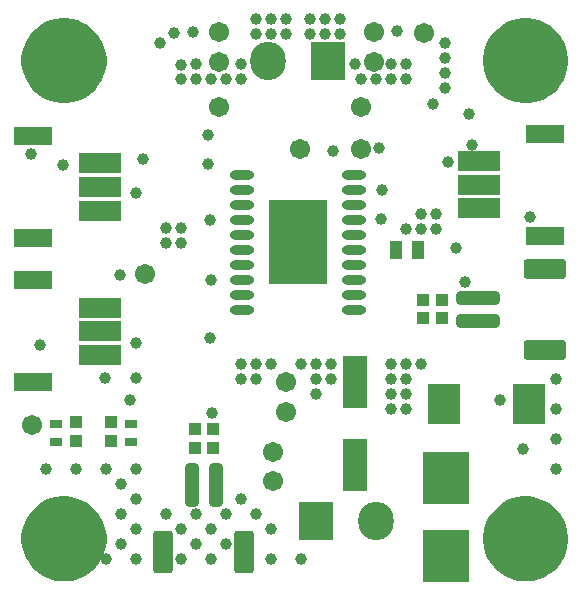
<source format=gts>
G04*
G04 #@! TF.GenerationSoftware,Altium Limited,Altium Designer,21.3.2 (30)*
G04*
G04 Layer_Color=8388736*
%FSTAX25Y25*%
%MOIN*%
G70*
G04*
G04 #@! TF.SameCoordinates,B4C271EC-4B27-40F8-A0F4-B21306F732D5*
G04*
G04*
G04 #@! TF.FilePolarity,Negative*
G04*
G01*
G75*
%ADD35R,0.15800X0.17493*%
%ADD36R,0.10642X0.13202*%
%ADD37C,0.06706*%
%ADD38R,0.04343X0.02965*%
%ADD39R,0.03950X0.03950*%
%ADD40R,0.03950X0.03950*%
G04:AMPARAMS|DCode=41|XSize=67.06mil|YSize=141.86mil|CornerRadius=11.38mil|HoleSize=0mil|Usage=FLASHONLY|Rotation=180.000|XOffset=0mil|YOffset=0mil|HoleType=Round|Shape=RoundedRectangle|*
%AMROUNDEDRECTD41*
21,1,0.06706,0.11909,0,0,180.0*
21,1,0.04429,0.14186,0,0,180.0*
1,1,0.02276,-0.02215,0.05955*
1,1,0.02276,0.02215,0.05955*
1,1,0.02276,0.02215,-0.05955*
1,1,0.02276,-0.02215,-0.05955*
%
%ADD41ROUNDEDRECTD41*%
G04:AMPARAMS|DCode=42|XSize=47.37mil|YSize=145.8mil|CornerRadius=13.84mil|HoleSize=0mil|Usage=FLASHONLY|Rotation=180.000|XOffset=0mil|YOffset=0mil|HoleType=Round|Shape=RoundedRectangle|*
%AMROUNDEDRECTD42*
21,1,0.04737,0.11811,0,0,180.0*
21,1,0.01968,0.14580,0,0,180.0*
1,1,0.02769,-0.00984,0.05906*
1,1,0.02769,0.00984,0.05906*
1,1,0.02769,0.00984,-0.05906*
1,1,0.02769,-0.00984,-0.05906*
%
%ADD42ROUNDEDRECTD42*%
%ADD43R,0.08280X0.17335*%
G04:AMPARAMS|DCode=44|XSize=67.06mil|YSize=141.86mil|CornerRadius=11.38mil|HoleSize=0mil|Usage=FLASHONLY|Rotation=270.000|XOffset=0mil|YOffset=0mil|HoleType=Round|Shape=RoundedRectangle|*
%AMROUNDEDRECTD44*
21,1,0.06706,0.11909,0,0,270.0*
21,1,0.04429,0.14186,0,0,270.0*
1,1,0.02276,-0.05955,-0.02215*
1,1,0.02276,-0.05955,0.02215*
1,1,0.02276,0.05955,0.02215*
1,1,0.02276,0.05955,-0.02215*
%
%ADD44ROUNDEDRECTD44*%
G04:AMPARAMS|DCode=45|XSize=47.37mil|YSize=145.8mil|CornerRadius=13.84mil|HoleSize=0mil|Usage=FLASHONLY|Rotation=270.000|XOffset=0mil|YOffset=0mil|HoleType=Round|Shape=RoundedRectangle|*
%AMROUNDEDRECTD45*
21,1,0.04737,0.11811,0,0,270.0*
21,1,0.01968,0.14580,0,0,270.0*
1,1,0.02769,-0.05906,-0.00984*
1,1,0.02769,-0.05906,0.00984*
1,1,0.02769,0.05906,0.00984*
1,1,0.02769,0.05906,-0.00984*
%
%ADD45ROUNDEDRECTD45*%
%ADD46R,0.04343X0.05918*%
%ADD47R,0.13005X0.06312*%
%ADD48R,0.14186X0.06706*%
%ADD49O,0.08083X0.03162*%
%ADD50R,0.19698X0.28359*%
%ADD51R,0.11800X0.12800*%
%ADD52O,0.11800X0.12800*%
%ADD53C,0.16548*%
%ADD54C,0.03950*%
%ADD55C,0.03398*%
%ADD56C,0.02769*%
G36*
X054524Y0321816D02*
X054524Y0320892D01*
X0544999Y0319058D01*
X0544521Y0317272D01*
X0543813Y0315564D01*
X0542888Y0313962D01*
X0541762Y0312495D01*
X0540455Y0311188D01*
X0538988Y0310062D01*
X0537386Y0309137D01*
X0535678Y030843D01*
X0533892Y0307951D01*
X0532058Y030771D01*
X0531134D01*
X05302Y0307709D01*
X052835Y0307953D01*
X0526547Y0308436D01*
X0524823Y0309149D01*
X0523206Y0310082D01*
X0521725Y0311218D01*
X0520405Y0312538D01*
X0519269Y0314019D01*
X0518335Y0315635D01*
X0517621Y0317359D01*
X0517138Y0319162D01*
X0516894Y0321012D01*
X0516894Y0321945D01*
X0516893Y0322873D01*
X0517136Y0324712D01*
X0517618Y0326504D01*
X051833Y0328217D01*
X051926Y0329822D01*
X0520392Y0331292D01*
X0521707Y0332601D01*
X0523182Y0333726D01*
X0524792Y0334649D01*
X0526509Y0335353D01*
X0528302Y0335826D01*
X0530143Y033606D01*
X0531071Y0336056D01*
X0532001Y0336051D01*
X0533845Y03358D01*
X053564Y0335311D01*
X0537357Y0334593D01*
X0538965Y0333657D01*
X0540438Y033252D01*
X0541751Y0331201D01*
X054288Y0329722D01*
X0543808Y0328109D01*
X0544518Y0326389D01*
X0544998Y0324592D01*
X054524Y0322747D01*
X054524Y0321816D01*
D01*
D02*
G37*
G36*
X0699118D02*
X0699118Y0320892D01*
X0698877Y0319058D01*
X0698398Y0317272D01*
X0697691Y0315564D01*
X0696766Y0313962D01*
X069564Y0312495D01*
X0694333Y0311188D01*
X0692866Y0310062D01*
X0691264Y0309137D01*
X0689556Y030843D01*
X068777Y0307951D01*
X0685936Y030771D01*
X0685012D01*
X0684078Y0307709D01*
X0682228Y0307953D01*
X0680425Y0308436D01*
X0678701Y0309149D01*
X0677084Y0310082D01*
X0675603Y0311218D01*
X0674283Y0312538D01*
X0673147Y0314019D01*
X0672213Y0315635D01*
X0671499Y0317359D01*
X0671016Y0319162D01*
X0670772Y0321012D01*
X0670772Y0321945D01*
X0670772Y0322873D01*
X0671014Y0324712D01*
X0671496Y0326504D01*
X0672208Y0328217D01*
X0673138Y0329822D01*
X067427Y0331292D01*
X0675585Y0332601D01*
X067706Y0333726D01*
X067867Y0334649D01*
X0680386Y0335353D01*
X0682181Y0335826D01*
X0684021Y033606D01*
X0684948Y0336056D01*
X0685879Y0336051D01*
X0687723Y03358D01*
X0689518Y0335311D01*
X0691235Y0334593D01*
X0692843Y0333657D01*
X0694316Y033252D01*
X0695628Y0331201D01*
X0696758Y0329722D01*
X0697686Y0328109D01*
X0698396Y0326389D01*
X0698876Y0324592D01*
X0699118Y0322747D01*
X0699118Y0321816D01*
D01*
D02*
G37*
G36*
X054524Y0481194D02*
X054524Y048027D01*
X0544999Y0478436D01*
X0544521Y047665D01*
X0543813Y0474942D01*
X0542888Y047334D01*
X0541762Y0471873D01*
X0540455Y0470565D01*
X0538988Y046944D01*
X0537386Y0468515D01*
X0535678Y0467807D01*
X0533892Y0467329D01*
X0532058Y0467087D01*
X0531134D01*
X05302Y0467087D01*
X052835Y0467331D01*
X0526547Y0467813D01*
X0524823Y0468527D01*
X0523206Y046946D01*
X0521725Y0470596D01*
X0520405Y0471916D01*
X0519269Y0473396D01*
X0518335Y0475013D01*
X0517621Y0476737D01*
X0517138Y047854D01*
X0516894Y048039D01*
X0516894Y0481323D01*
X0516893Y0482251D01*
X0517136Y048409D01*
X0517618Y0485882D01*
X051833Y0487595D01*
X051926Y04892D01*
X0520392Y049067D01*
X0521707Y0491979D01*
X0523182Y0493104D01*
X0524792Y0494027D01*
X0526509Y0494731D01*
X0528302Y0495204D01*
X0530143Y0495438D01*
X0531071Y0495434D01*
X0532001Y0495429D01*
X0533845Y0495178D01*
X053564Y0494689D01*
X0537357Y049397D01*
X0538965Y0493035D01*
X0540438Y0491898D01*
X0541751Y0490579D01*
X054288Y04891D01*
X0543808Y0487487D01*
X0544518Y0485767D01*
X0544998Y048397D01*
X054524Y0482125D01*
X054524Y0481194D01*
D01*
D02*
G37*
G36*
X0699118D02*
X0699118Y048027D01*
X0698877Y0478436D01*
X0698398Y047665D01*
X0697691Y0474942D01*
X0696766Y047334D01*
X069564Y0471873D01*
X0694333Y0470565D01*
X0692866Y046944D01*
X0691264Y0468515D01*
X0689556Y0467807D01*
X068777Y0467329D01*
X0685936Y0467087D01*
X0685012D01*
X0684078Y0467087D01*
X0682228Y0467331D01*
X0680425Y0467813D01*
X0678701Y0468527D01*
X0677084Y046946D01*
X0675603Y0470596D01*
X0674283Y0471916D01*
X0673147Y0473396D01*
X0672213Y0475013D01*
X0671499Y0476737D01*
X0671016Y047854D01*
X0670772Y048039D01*
X0670772Y0481323D01*
X0670772Y0482251D01*
X0671014Y048409D01*
X0671496Y0485882D01*
X0672208Y0487595D01*
X0673138Y04892D01*
X067427Y049067D01*
X0675585Y0491979D01*
X067706Y0493104D01*
X067867Y0494027D01*
X0680386Y0494731D01*
X0682181Y0495204D01*
X0684021Y0495438D01*
X0684948Y0495434D01*
X0685879Y0495429D01*
X0687723Y0495178D01*
X0689518Y0494689D01*
X0691235Y049397D01*
X0692843Y0493035D01*
X0694316Y0491898D01*
X0695628Y0490579D01*
X0696758Y04891D01*
X0697686Y0487487D01*
X0698396Y0485767D01*
X0698876Y048397D01*
X0699118Y0482125D01*
X0699118Y0481194D01*
D01*
D02*
G37*
D35*
X06584Y03163D02*
D03*
Y0342174D02*
D03*
D36*
X0685947Y03667D02*
D03*
X06576D02*
D03*
D37*
X06006Y03508D02*
D03*
Y0341D02*
D03*
X05203Y03599D02*
D03*
X05582Y041D02*
D03*
X05828Y04658D02*
D03*
X06509Y04905D02*
D03*
X06302Y04659D02*
D03*
X06299Y04517D02*
D03*
X06097D02*
D03*
X0605Y0364D02*
D03*
Y0374D02*
D03*
X05827Y0480737D02*
D03*
Y0490737D02*
D03*
X06345Y0480737D02*
D03*
Y0490737D02*
D03*
D38*
X05284Y0354308D02*
D03*
Y0360016D02*
D03*
X05534Y0354308D02*
D03*
Y0360016D02*
D03*
D39*
X0534942Y0354591D02*
D03*
Y0360891D02*
D03*
X0546842Y0354591D02*
D03*
Y0360891D02*
D03*
X06572Y0395605D02*
D03*
Y040151D02*
D03*
X06507Y0395605D02*
D03*
Y040151D02*
D03*
D40*
X0580595Y0352D02*
D03*
X057469D02*
D03*
X0580595Y03585D02*
D03*
X057469D02*
D03*
D41*
X0564056Y0317336D02*
D03*
X0591221D02*
D03*
D42*
X0581576Y0339974D02*
D03*
X0573702D02*
D03*
D43*
X0628Y0374D02*
D03*
Y0346441D02*
D03*
D44*
X0691564Y0411921D02*
D03*
Y0384756D02*
D03*
D45*
X0668926Y0394402D02*
D03*
Y0402276D02*
D03*
D46*
X06417Y04183D02*
D03*
X064918D02*
D03*
D47*
X0691546Y0456829D02*
D03*
Y0422971D02*
D03*
X0520856Y0408003D02*
D03*
Y0374145D02*
D03*
Y0456055D02*
D03*
Y0422197D02*
D03*
D48*
X0669302Y0432026D02*
D03*
Y04399D02*
D03*
Y0447774D02*
D03*
X05431Y03832D02*
D03*
Y0391074D02*
D03*
Y0398948D02*
D03*
Y0431252D02*
D03*
Y0439126D02*
D03*
Y0447D02*
D03*
D49*
X0590495Y04432D02*
D03*
Y04382D02*
D03*
Y04332D02*
D03*
Y04282D02*
D03*
Y04232D02*
D03*
Y04182D02*
D03*
Y04132D02*
D03*
Y04082D02*
D03*
Y04032D02*
D03*
Y03982D02*
D03*
X06277Y04432D02*
D03*
Y04382D02*
D03*
Y04332D02*
D03*
Y04282D02*
D03*
Y04232D02*
D03*
Y04182D02*
D03*
Y04132D02*
D03*
Y04082D02*
D03*
Y04032D02*
D03*
Y03982D02*
D03*
D50*
X0609098Y04207D02*
D03*
D51*
X0615Y03278D02*
D03*
X06192Y04813D02*
D03*
D52*
X0635Y03278D02*
D03*
X05992Y04813D02*
D03*
D53*
X0684945Y0481261D02*
D03*
Y0321883D02*
D03*
X0531067Y0481261D02*
D03*
Y0321883D02*
D03*
D54*
X0645Y0365D02*
D03*
X06765Y03681D02*
D03*
X0595Y033D02*
D03*
X059Y0335D02*
D03*
X0575Y033D02*
D03*
X0565D02*
D03*
X057Y0325D02*
D03*
X0585Y033D02*
D03*
X058Y0325D02*
D03*
X0585Y032D02*
D03*
X0575D02*
D03*
X058Y0315D02*
D03*
X057D02*
D03*
X061D02*
D03*
X052Y045D02*
D03*
X05797Y04282D02*
D03*
X05801Y04082D02*
D03*
X05573Y04485D02*
D03*
X05677Y04905D02*
D03*
X0563Y0487D02*
D03*
X0642Y0491D02*
D03*
X0658Y0482D02*
D03*
Y0472D02*
D03*
Y0477D02*
D03*
Y0487D02*
D03*
X0654019Y0466919D02*
D03*
X0574118Y04909D02*
D03*
X06Y0325D02*
D03*
Y0315D02*
D03*
X0695Y0375D02*
D03*
Y0365D02*
D03*
Y0355D02*
D03*
Y0345D02*
D03*
X0525D02*
D03*
X0535D02*
D03*
X055Y032D02*
D03*
Y033D02*
D03*
Y034D02*
D03*
X0545Y0345D02*
D03*
X0555D02*
D03*
Y0335D02*
D03*
X0545Y0315D02*
D03*
X0555Y0325D02*
D03*
Y0315D02*
D03*
X05551Y03756D02*
D03*
X0637Y04383D02*
D03*
X06366Y04286D02*
D03*
X06206Y04511D02*
D03*
X06617Y04187D02*
D03*
X0658925Y04475D02*
D03*
X0655Y0425D02*
D03*
Y043D02*
D03*
X05791Y04564D02*
D03*
X057Y04797D02*
D03*
X0628Y04803D02*
D03*
X0575Y048D02*
D03*
X057Y0475D02*
D03*
X0575D02*
D03*
X058D02*
D03*
X0585D02*
D03*
X059D02*
D03*
X0645D02*
D03*
Y048D02*
D03*
X063Y0475D02*
D03*
X0635D02*
D03*
X064D02*
D03*
Y048D02*
D03*
X0613Y0495D02*
D03*
X0618D02*
D03*
X0623D02*
D03*
Y049D02*
D03*
X0618D02*
D03*
X0613D02*
D03*
X059Y048D02*
D03*
X0595Y0495D02*
D03*
Y049D02*
D03*
X06D02*
D03*
Y0495D02*
D03*
X0605D02*
D03*
Y049D02*
D03*
X06362Y04522D02*
D03*
X05549Y03872D02*
D03*
X05798Y03888D02*
D03*
X05552Y04372D02*
D03*
X05531Y0368D02*
D03*
X05308Y04466D02*
D03*
X05448Y03755D02*
D03*
X05805Y03638D02*
D03*
X0684Y03519D02*
D03*
X05231Y03865D02*
D03*
X06865Y04291D02*
D03*
X05497Y04099D02*
D03*
X06662Y04636D02*
D03*
X064Y0365D02*
D03*
X0645Y037D02*
D03*
X0667Y04532D02*
D03*
X0579Y04469D02*
D03*
X0645Y0425D02*
D03*
X065Y043D02*
D03*
X06646Y04074D02*
D03*
X057Y04256D02*
D03*
Y04206D02*
D03*
X0565D02*
D03*
Y04256D02*
D03*
X065Y0425D02*
D03*
X062Y0375D02*
D03*
Y038D02*
D03*
X0645Y0375D02*
D03*
X065Y038D02*
D03*
X0645D02*
D03*
X064D02*
D03*
Y0375D02*
D03*
Y037D02*
D03*
X0615D02*
D03*
Y0375D02*
D03*
Y038D02*
D03*
X061D02*
D03*
X0595Y0375D02*
D03*
X059D02*
D03*
X0595Y038D02*
D03*
X059D02*
D03*
X06D02*
D03*
D55*
X0680614Y0470828D02*
D03*
X0695378Y047693D02*
D03*
X0689276Y0491694D02*
D03*
X0674512Y0485591D02*
D03*
X0695378D02*
D03*
X0680614Y0491694D02*
D03*
X0674512Y047693D02*
D03*
X0689276Y0470828D02*
D03*
Y031145D02*
D03*
X0674512Y0317552D02*
D03*
X0680614Y0332316D02*
D03*
X0695378Y0326213D02*
D03*
X0674512D02*
D03*
X0689276Y0332316D02*
D03*
X0695378Y0317552D02*
D03*
X0680614Y031145D02*
D03*
X0535398Y0470828D02*
D03*
X0520634Y047693D02*
D03*
X0526736Y0491694D02*
D03*
X05415Y0485591D02*
D03*
X0520634D02*
D03*
X0535398Y0491694D02*
D03*
X05415Y047693D02*
D03*
X0526736Y0470828D02*
D03*
Y031145D02*
D03*
X05415Y0317552D02*
D03*
X0535398Y0332316D02*
D03*
X0520634Y0326213D02*
D03*
X05415D02*
D03*
X0526736Y0332316D02*
D03*
X0520634Y0317552D02*
D03*
X0535398Y031145D02*
D03*
D56*
X0602602Y0431527D02*
D03*
X0606932D02*
D03*
X0611263D02*
D03*
X0615594D02*
D03*
X0602602Y0427196D02*
D03*
X0606932D02*
D03*
X0611263D02*
D03*
X0615594D02*
D03*
X0602602Y0422865D02*
D03*
X0606932D02*
D03*
X0611263D02*
D03*
X0615594D02*
D03*
X0602602Y0418535D02*
D03*
X0606932D02*
D03*
X0611263D02*
D03*
X0615594D02*
D03*
X0602602Y0414204D02*
D03*
X0606932D02*
D03*
X0611263D02*
D03*
X0615594D02*
D03*
X0602602Y0409873D02*
D03*
X0606932D02*
D03*
X0611263D02*
D03*
X0615594D02*
D03*
M02*

</source>
